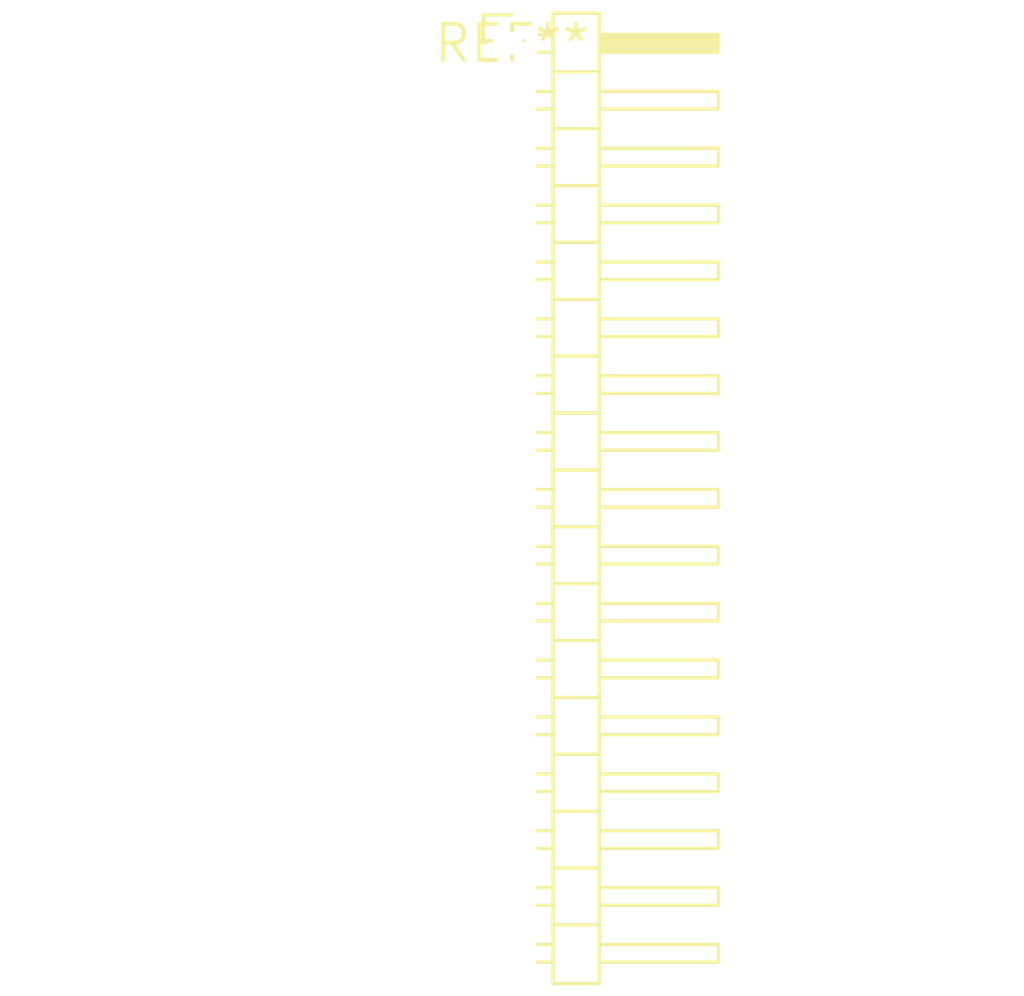
<source format=kicad_pcb>
(kicad_pcb (version 20240108) (generator pcbnew)
  (layers (0 "F.Cu" signal) (31 "B.Cu" signal) (34 "B.Paste" user) (35 "F.Paste" user) (36 "B.SilkS" user "B.Silkscreen") (37 "F.SilkS" user "F.Silkscreen") (38 "B.Mask" user) (39 "F.Mask" user) (44 "Edge.Cuts" user))
  (net 0 "")
  (footprint "PinHeader_1x17_P2.00mm_Horizontal" (layer "F.Cu") (at 0 0)
    (property "Reference" "REF**")
    (property "Value" "PinHeader_1x17_P2.00mm_Horizontal")
    (fp_line (start -1 -1) (end 0 -1) (layer "F.SilkS") (stroke (width 0.12)))
    (fp_line (start -1 0) (end -1 -1) (layer "F.SilkS") (stroke (width 0.12)))
    (fp_line (start 0.882114 1.69) (end 1.44 1.69) (layer "F.SilkS") (stroke (width 0.12)))
    (fp_line (start 0.882114 2.31) (end 1.44 2.31) (layer "F.SilkS") (stroke (width 0.12)))
    (fp_line (start 0.882114 3.69) (end 1.44 3.69) (layer "F.SilkS") (stroke (width 0.12)))
    (fp_line (start 0.882114 4.31) (end 1.44 4.31) (layer "F.SilkS") (stroke (width 0.12)))
    (fp_line (start 0.882114 5.69) (end 1.44 5.69) (layer "F.SilkS") (stroke (width 0.12)))
    (fp_line (start 0.882114 6.31) (end 1.44 6.31) (layer "F.SilkS") (stroke (width 0.12)))
    (fp_line (start 0.882114 7.69) (end 1.44 7.69) (layer "F.SilkS") (stroke (width 0.12)))
    (fp_line (start 0.882114 8.31) (end 1.44 8.31) (layer "F.SilkS") (stroke (width 0.12)))
    (fp_line (start 0.882114 9.69) (end 1.44 9.69) (layer "F.SilkS") (stroke (width 0.12)))
    (fp_line (start 0.882114 10.31) (end 1.44 10.31) (layer "F.SilkS") (stroke (width 0.12)))
    (fp_line (start 0.882114 11.69) (end 1.44 11.69) (layer "F.SilkS") (stroke (width 0.12)))
    (fp_line (start 0.882114 12.31) (end 1.44 12.31) (layer "F.SilkS") (stroke (width 0.12)))
    (fp_line (start 0.882114 13.69) (end 1.44 13.69) (layer "F.SilkS") (stroke (width 0.12)))
    (fp_line (start 0.882114 14.31) (end 1.44 14.31) (layer "F.SilkS") (stroke (width 0.12)))
    (fp_line (start 0.882114 15.69) (end 1.44 15.69) (layer "F.SilkS") (stroke (width 0.12)))
    (fp_line (start 0.882114 16.31) (end 1.44 16.31) (layer "F.SilkS") (stroke (width 0.12)))
    (fp_line (start 0.882114 17.69) (end 1.44 17.69) (layer "F.SilkS") (stroke (width 0.12)))
    (fp_line (start 0.882114 18.31) (end 1.44 18.31) (layer "F.SilkS") (stroke (width 0.12)))
    (fp_line (start 0.882114 19.69) (end 1.44 19.69) (layer "F.SilkS") (stroke (width 0.12)))
    (fp_line (start 0.882114 20.31) (end 1.44 20.31) (layer "F.SilkS") (stroke (width 0.12)))
    (fp_line (start 0.882114 21.69) (end 1.44 21.69) (layer "F.SilkS") (stroke (width 0.12)))
    (fp_line (start 0.882114 22.31) (end 1.44 22.31) (layer "F.SilkS") (stroke (width 0.12)))
    (fp_line (start 0.882114 23.69) (end 1.44 23.69) (layer "F.SilkS") (stroke (width 0.12)))
    (fp_line (start 0.882114 24.31) (end 1.44 24.31) (layer "F.SilkS") (stroke (width 0.12)))
    (fp_line (start 0.882114 25.69) (end 1.44 25.69) (layer "F.SilkS") (stroke (width 0.12)))
    (fp_line (start 0.882114 26.31) (end 1.44 26.31) (layer "F.SilkS") (stroke (width 0.12)))
    (fp_line (start 0.882114 27.69) (end 1.44 27.69) (layer "F.SilkS") (stroke (width 0.12)))
    (fp_line (start 0.882114 28.31) (end 1.44 28.31) (layer "F.SilkS") (stroke (width 0.12)))
    (fp_line (start 0.882114 29.69) (end 1.44 29.69) (layer "F.SilkS") (stroke (width 0.12)))
    (fp_line (start 0.882114 30.31) (end 1.44 30.31) (layer "F.SilkS") (stroke (width 0.12)))
    (fp_line (start 0.882114 31.69) (end 1.44 31.69) (layer "F.SilkS") (stroke (width 0.12)))
    (fp_line (start 0.882114 32.31) (end 1.44 32.31) (layer "F.SilkS") (stroke (width 0.12)))
    (fp_line (start 0.935 -0.31) (end 1.44 -0.31) (layer "F.SilkS") (stroke (width 0.12)))
    (fp_line (start 0.935 0.31) (end 1.44 0.31) (layer "F.SilkS") (stroke (width 0.12)))
    (fp_line (start 1.44 -1.06) (end 1.44 33.06) (layer "F.SilkS") (stroke (width 0.12)))
    (fp_line (start 1.44 1) (end 3.06 1) (layer "F.SilkS") (stroke (width 0.12)))
    (fp_line (start 1.44 3) (end 3.06 3) (layer "F.SilkS") (stroke (width 0.12)))
    (fp_line (start 1.44 5) (end 3.06 5) (layer "F.SilkS") (stroke (width 0.12)))
    (fp_line (start 1.44 7) (end 3.06 7) (layer "F.SilkS") (stroke (width 0.12)))
    (fp_line (start 1.44 9) (end 3.06 9) (layer "F.SilkS") (stroke (width 0.12)))
    (fp_line (start 1.44 11) (end 3.06 11) (layer "F.SilkS") (stroke (width 0.12)))
    (fp_line (start 1.44 13) (end 3.06 13) (layer "F.SilkS") (stroke (width 0.12)))
    (fp_line (start 1.44 15) (end 3.06 15) (layer "F.SilkS") (stroke (width 0.12)))
    (fp_line (start 1.44 17) (end 3.06 17) (layer "F.SilkS") (stroke (width 0.12)))
    (fp_line (start 1.44 19) (end 3.06 19) (layer "F.SilkS") (stroke (width 0.12)))
    (fp_line (start 1.44 21) (end 3.06 21) (layer "F.SilkS") (stroke (width 0.12)))
    (fp_line (start 1.44 23) (end 3.06 23) (layer "F.SilkS") (stroke (width 0.12)))
    (fp_line (start 1.44 25) (end 3.06 25) (layer "F.SilkS") (stroke (width 0.12)))
    (fp_line (start 1.44 27) (end 3.06 27) (layer "F.SilkS") (stroke (width 0.12)))
    (fp_line (start 1.44 29) (end 3.06 29) (layer "F.SilkS") (stroke (width 0.12)))
    (fp_line (start 1.44 31) (end 3.06 31) (layer "F.SilkS") (stroke (width 0.12)))
    (fp_line (start 1.44 33.06) (end 3.06 33.06) (layer "F.SilkS") (stroke (width 0.12)))
    (fp_line (start 3.06 -1.06) (end 1.44 -1.06) (layer "F.SilkS") (stroke (width 0.12)))
    (fp_line (start 3.06 -0.31) (end 7.26 -0.31) (layer "F.SilkS") (stroke (width 0.12)))
    (fp_line (start 3.06 -0.25) (end 7.26 -0.25) (layer "F.SilkS") (stroke (width 0.12)))
    (fp_line (start 3.06 -0.13) (end 7.26 -0.13) (layer "F.SilkS") (stroke (width 0.12)))
    (fp_line (start 3.06 -0.01) (end 7.26 -0.01) (layer "F.SilkS") (stroke (width 0.12)))
    (fp_line (start 3.06 0.11) (end 7.26 0.11) (layer "F.SilkS") (stroke (width 0.12)))
    (fp_line (start 3.06 0.23) (end 7.26 0.23) (layer "F.SilkS") (stroke (width 0.12)))
    (fp_line (start 3.06 1.69) (end 7.26 1.69) (layer "F.SilkS") (stroke (width 0.12)))
    (fp_line (start 3.06 3.69) (end 7.26 3.69) (layer "F.SilkS") (stroke (width 0.12)))
    (fp_line (start 3.06 5.69) (end 7.26 5.69) (layer "F.SilkS") (stroke (width 0.12)))
    (fp_line (start 3.06 7.69) (end 7.26 7.69) (layer "F.SilkS") (stroke (width 0.12)))
    (fp_line (start 3.06 9.69) (end 7.26 9.69) (layer "F.SilkS") (stroke (width 0.12)))
    (fp_line (start 3.06 11.69) (end 7.26 11.69) (layer "F.SilkS") (stroke (width 0.12)))
    (fp_line (start 3.06 13.69) (end 7.26 13.69) (layer "F.SilkS") (stroke (width 0.12)))
    (fp_line (start 3.06 15.69) (end 7.26 15.69) (layer "F.SilkS") (stroke (width 0.12)))
    (fp_line (start 3.06 17.69) (end 7.26 17.69) (layer "F.SilkS") (stroke (width 0.12)))
    (fp_line (start 3.06 19.69) (end 7.26 19.69) (layer "F.SilkS") (stroke (width 0.12)))
    (fp_line (start 3.06 21.69) (end 7.26 21.69) (layer "F.SilkS") (stroke (width 0.12)))
    (fp_line (start 3.06 23.69) (end 7.26 23.69) (layer "F.SilkS") (stroke (width 0.12)))
    (fp_line (start 3.06 25.69) (end 7.26 25.69) (layer "F.SilkS") (stroke (width 0.12)))
    (fp_line (start 3.06 27.69) (end 7.26 27.69) (layer "F.SilkS") (stroke (width 0.12)))
    (fp_line (start 3.06 29.69) (end 7.26 29.69) (layer "F.SilkS") (stroke (width 0.12)))
    (fp_line (start 3.06 31.69) (end 7.26 31.69) (layer "F.SilkS") (stroke (width 0.12)))
    (fp_line (start 3.06 33.06) (end 3.06 -1.06) (layer "F.SilkS") (stroke (width 0.12)))
    (fp_line (start 7.26 -0.31) (end 7.26 0.31) (layer "F.SilkS") (stroke (width 0.12)))
    (fp_line (start 7.26 0.31) (end 3.06 0.31) (layer "F.SilkS") (stroke (width 0.12)))
    (fp_line (start 7.26 1.69) (end 7.26 2.31) (layer "F.SilkS") (stroke (width 0.12)))
    (fp_line (start 7.26 2.31) (end 3.06 2.31) (layer "F.SilkS") (stroke (width 0.12)))
    (fp_line (start 7.26 3.69) (end 7.26 4.31) (layer "F.SilkS") (stroke (width 0.12)))
    (fp_line (start 7.26 4.31) (end 3.06 4.31) (layer "F.SilkS") (stroke (width 0.12)))
    (fp_line (start 7.26 5.69) (end 7.26 6.31) (layer "F.SilkS") (stroke (width 0.12)))
    (fp_line (start 7.26 6.31) (end 3.06 6.31) (layer "F.SilkS") (stroke (width 0.12)))
    (fp_line (start 7.26 7.69) (end 7.26 8.31) (layer "F.SilkS") (stroke (width 0.12)))
    (fp_line (start 7.26 8.31) (end 3.06 8.31) (layer "F.SilkS") (stroke (width 0.12)))
    (fp_line (start 7.26 9.69) (end 7.26 10.31) (layer "F.SilkS") (stroke (width 0.12)))
    (fp_line (start 7.26 10.31) (end 3.06 10.31) (layer "F.SilkS") (stroke (width 0.12)))
    (fp_line (start 7.26 11.69) (end 7.26 12.31) (layer "F.SilkS") (stroke (width 0.12)))
    (fp_line (start 7.26 12.31) (end 3.06 12.31) (layer "F.SilkS") (stroke (width 0.12)))
    (fp_line (start 7.26 13.69) (end 7.26 14.31) (layer "F.SilkS") (stroke (width 0.12)))
    (fp_line (start 7.26 14.31) (end 3.06 14.31) (layer "F.SilkS") (stroke (width 0.12)))
    (fp_line (start 7.26 15.69) (end 7.26 16.31) (layer "F.SilkS") (stroke (width 0.12)))
    (fp_line (start 7.26 16.31) (end 3.06 16.31) (layer "F.SilkS") (stroke (width 0.12)))
    (fp_line (start 7.26 17.69) (end 7.26 18.31) (layer "F.SilkS") (stroke (width 0.12)))
    (fp_line (start 7.26 18.31) (end 3.06 18.31) (layer "F.SilkS") (stroke (width 0.12)))
    (fp_line (start 7.26 19.69) (end 7.26 20.31) (layer "F.SilkS") (stroke (width 0.12)))
    (fp_line (start 7.26 20.31) (end 3.06 20.31) (layer "F.SilkS") (stroke (width 0.12)))
    (fp_line (start 7.26 21.69) (end 7.26 22.31) (layer "F.SilkS") (stroke (width 0.12)))
    (fp_line (start 7.26 22.31) (end 3.06 22.31) (layer "F.SilkS") (stroke (width 0.12)))
    (fp_line (start 7.26 23.69) (end 7.26 24.31) (layer "F.SilkS") (stroke (width 0.12)))
    (fp_line (start 7.26 24.31) (end 3.06 24.31) (layer "F.SilkS") (stroke (width 0.12)))
    (fp_line (start 7.26 25.69) (end 7.26 26.31) (layer "F.SilkS") (stroke (width 0.12)))
    (fp_line (start 7.26 26.31) (end 3.06 26.31) (layer "F.SilkS") (stroke (width 0.12)))
    (fp_line (start 7.26 27.69) (end 7.26 28.31) (layer "F.SilkS") (stroke (width 0.12)))
    (fp_line (start 7.26 28.31) (end 3.06 28.31) (layer "F.SilkS") (stroke (width 0.12)))
    (fp_line (start 7.26 29.69) (end 7.26 30.31) (layer "F.SilkS") (stroke (width 0.12)))
    (fp_line (start 7.26 30.31) (end 3.06 30.31) (layer "F.SilkS") (stroke (width 0.12)))
    (fp_line (start 7.26 31.69) (end 7.26 32.31) (layer "F.SilkS") (stroke (width 0.12)))
    (fp_line (start 7.26 32.31) (end 3.06 32.31) (layer "F.SilkS") (stroke (width 0.12)))
    (pad "1" thru_hole rect (at 0 0) (size 1.35 1.35) (drill 0.8) (layers *.Cu *.Mask) (remove_unused_layers))
    (pad "2" thru_hole oval (at 0 2) (size 1.35 1.35) (drill 0.8) (layers *.Cu *.Mask) (remove_unused_layers))
    (pad "3" thru_hole oval (at 0 4) (size 1.35 1.35) (drill 0.8) (layers *.Cu *.Mask) (remove_unused_layers))
    (pad "4" thru_hole oval (at 0 6) (size 1.35 1.35) (drill 0.8) (layers *.Cu *.Mask) (remove_unused_layers))
    (pad "5" thru_hole oval (at 0 8) (size 1.35 1.35) (drill 0.8) (layers *.Cu *.Mask) (remove_unused_layers))
    (pad "6" thru_hole oval (at 0 10) (size 1.35 1.35) (drill 0.8) (layers *.Cu *.Mask) (remove_unused_layers))
    (pad "7" thru_hole oval (at 0 12) (size 1.35 1.35) (drill 0.8) (layers *.Cu *.Mask) (remove_unused_layers))
    (pad "8" thru_hole oval (at 0 14) (size 1.35 1.35) (drill 0.8) (layers *.Cu *.Mask) (remove_unused_layers))
    (pad "9" thru_hole oval (at 0 16) (size 1.35 1.35) (drill 0.8) (layers *.Cu *.Mask) (remove_unused_layers))
    (pad "10" thru_hole oval (at 0 18) (size 1.35 1.35) (drill 0.8) (layers *.Cu *.Mask) (remove_unused_layers))
    (pad "11" thru_hole oval (at 0 20) (size 1.35 1.35) (drill 0.8) (layers *.Cu *.Mask) (remove_unused_layers))
    (pad "12" thru_hole oval (at 0 22) (size 1.35 1.35) (drill 0.8) (layers *.Cu *.Mask) (remove_unused_layers))
    (pad "13" thru_hole oval (at 0 24) (size 1.35 1.35) (drill 0.8) (layers *.Cu *.Mask) (remove_unused_layers))
    (pad "14" thru_hole oval (at 0 26) (size 1.35 1.35) (drill 0.8) (layers *.Cu *.Mask) (remove_unused_layers))
    (pad "15" thru_hole oval (at 0 28) (size 1.35 1.35) (drill 0.8) (layers *.Cu *.Mask) (remove_unused_layers))
    (pad "16" thru_hole oval (at 0 30) (size 1.35 1.35) (drill 0.8) (layers *.Cu *.Mask) (remove_unused_layers))
    (pad "17" thru_hole oval (at 0 32) (size 1.35 1.35) (drill 0.8) (layers *.Cu *.Mask) (remove_unused_layers))
  )
)
</source>
